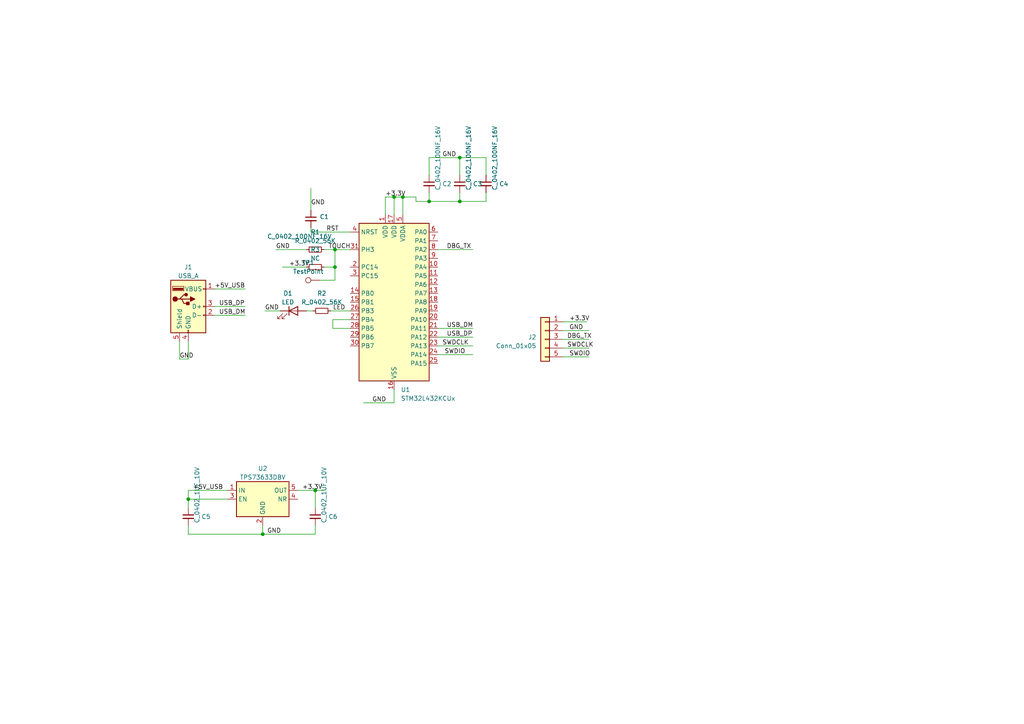
<source format=kicad_sch>
(kicad_sch (version 20230121) (generator eeschema)

  (uuid a09ef851-bef7-4b14-8e3f-8cdb695762b4)

  (paper "A4")

  (lib_symbols
    (symbol "Connector:TestPoint" (pin_numbers hide) (pin_names (offset 0.762) hide) (in_bom yes) (on_board yes)
      (property "Reference" "TP" (at 0 6.858 0)
        (effects (font (size 1.27 1.27)))
      )
      (property "Value" "TestPoint" (at 0 5.08 0)
        (effects (font (size 1.27 1.27)))
      )
      (property "Footprint" "" (at 5.08 0 0)
        (effects (font (size 1.27 1.27)) hide)
      )
      (property "Datasheet" "~" (at 5.08 0 0)
        (effects (font (size 1.27 1.27)) hide)
      )
      (property "ki_keywords" "test point tp" (at 0 0 0)
        (effects (font (size 1.27 1.27)) hide)
      )
      (property "ki_description" "test point" (at 0 0 0)
        (effects (font (size 1.27 1.27)) hide)
      )
      (property "ki_fp_filters" "Pin* Test*" (at 0 0 0)
        (effects (font (size 1.27 1.27)) hide)
      )
      (symbol "TestPoint_0_1"
        (circle (center 0 3.302) (radius 0.762)
          (stroke (width 0) (type default))
          (fill (type none))
        )
      )
      (symbol "TestPoint_1_1"
        (pin passive line (at 0 0 90) (length 2.54)
          (name "1" (effects (font (size 1.27 1.27))))
          (number "1" (effects (font (size 1.27 1.27))))
        )
      )
    )
    (symbol "Connector:USB_A" (pin_names (offset 1.016)) (in_bom yes) (on_board yes)
      (property "Reference" "J" (at -5.08 11.43 0)
        (effects (font (size 1.27 1.27)) (justify left))
      )
      (property "Value" "USB_A" (at -5.08 8.89 0)
        (effects (font (size 1.27 1.27)) (justify left))
      )
      (property "Footprint" "" (at 3.81 -1.27 0)
        (effects (font (size 1.27 1.27)) hide)
      )
      (property "Datasheet" " ~" (at 3.81 -1.27 0)
        (effects (font (size 1.27 1.27)) hide)
      )
      (property "ki_keywords" "connector USB" (at 0 0 0)
        (effects (font (size 1.27 1.27)) hide)
      )
      (property "ki_description" "USB Type A connector" (at 0 0 0)
        (effects (font (size 1.27 1.27)) hide)
      )
      (property "ki_fp_filters" "USB*" (at 0 0 0)
        (effects (font (size 1.27 1.27)) hide)
      )
      (symbol "USB_A_0_1"
        (rectangle (start -5.08 -7.62) (end 5.08 7.62)
          (stroke (width 0.254) (type default))
          (fill (type background))
        )
        (circle (center -3.81 2.159) (radius 0.635)
          (stroke (width 0.254) (type default))
          (fill (type outline))
        )
        (rectangle (start -1.524 4.826) (end -4.318 5.334)
          (stroke (width 0) (type default))
          (fill (type outline))
        )
        (rectangle (start -1.27 4.572) (end -4.572 5.842)
          (stroke (width 0) (type default))
          (fill (type none))
        )
        (circle (center -0.635 3.429) (radius 0.381)
          (stroke (width 0.254) (type default))
          (fill (type outline))
        )
        (rectangle (start -0.127 -7.62) (end 0.127 -6.858)
          (stroke (width 0) (type default))
          (fill (type none))
        )
        (polyline
          (pts
            (xy -3.175 2.159)
            (xy -2.54 2.159)
            (xy -1.27 3.429)
            (xy -0.635 3.429)
          )
          (stroke (width 0.254) (type default))
          (fill (type none))
        )
        (polyline
          (pts
            (xy -2.54 2.159)
            (xy -1.905 2.159)
            (xy -1.27 0.889)
            (xy 0 0.889)
          )
          (stroke (width 0.254) (type default))
          (fill (type none))
        )
        (polyline
          (pts
            (xy 0.635 2.794)
            (xy 0.635 1.524)
            (xy 1.905 2.159)
            (xy 0.635 2.794)
          )
          (stroke (width 0.254) (type default))
          (fill (type outline))
        )
        (rectangle (start 0.254 1.27) (end -0.508 0.508)
          (stroke (width 0.254) (type default))
          (fill (type outline))
        )
        (rectangle (start 5.08 -2.667) (end 4.318 -2.413)
          (stroke (width 0) (type default))
          (fill (type none))
        )
        (rectangle (start 5.08 -0.127) (end 4.318 0.127)
          (stroke (width 0) (type default))
          (fill (type none))
        )
        (rectangle (start 5.08 4.953) (end 4.318 5.207)
          (stroke (width 0) (type default))
          (fill (type none))
        )
      )
      (symbol "USB_A_1_1"
        (polyline
          (pts
            (xy -1.905 2.159)
            (xy 0.635 2.159)
          )
          (stroke (width 0.254) (type default))
          (fill (type none))
        )
        (pin power_in line (at 7.62 5.08 180) (length 2.54)
          (name "VBUS" (effects (font (size 1.27 1.27))))
          (number "1" (effects (font (size 1.27 1.27))))
        )
        (pin bidirectional line (at 7.62 -2.54 180) (length 2.54)
          (name "D-" (effects (font (size 1.27 1.27))))
          (number "2" (effects (font (size 1.27 1.27))))
        )
        (pin bidirectional line (at 7.62 0 180) (length 2.54)
          (name "D+" (effects (font (size 1.27 1.27))))
          (number "3" (effects (font (size 1.27 1.27))))
        )
        (pin power_in line (at 0 -10.16 90) (length 2.54)
          (name "GND" (effects (font (size 1.27 1.27))))
          (number "4" (effects (font (size 1.27 1.27))))
        )
        (pin passive line (at -2.54 -10.16 90) (length 2.54)
          (name "Shield" (effects (font (size 1.27 1.27))))
          (number "5" (effects (font (size 1.27 1.27))))
        )
      )
    )
    (symbol "Connector_Generic:Conn_01x05" (pin_names (offset 1.016) hide) (in_bom yes) (on_board yes)
      (property "Reference" "J" (at 0 7.62 0)
        (effects (font (size 1.27 1.27)))
      )
      (property "Value" "Conn_01x05" (at 0 -7.62 0)
        (effects (font (size 1.27 1.27)))
      )
      (property "Footprint" "" (at 0 0 0)
        (effects (font (size 1.27 1.27)) hide)
      )
      (property "Datasheet" "~" (at 0 0 0)
        (effects (font (size 1.27 1.27)) hide)
      )
      (property "ki_keywords" "connector" (at 0 0 0)
        (effects (font (size 1.27 1.27)) hide)
      )
      (property "ki_description" "Generic connector, single row, 01x05, script generated (kicad-library-utils/schlib/autogen/connector/)" (at 0 0 0)
        (effects (font (size 1.27 1.27)) hide)
      )
      (property "ki_fp_filters" "Connector*:*_1x??_*" (at 0 0 0)
        (effects (font (size 1.27 1.27)) hide)
      )
      (symbol "Conn_01x05_1_1"
        (rectangle (start -1.27 -4.953) (end 0 -5.207)
          (stroke (width 0.1524) (type default))
          (fill (type none))
        )
        (rectangle (start -1.27 -2.413) (end 0 -2.667)
          (stroke (width 0.1524) (type default))
          (fill (type none))
        )
        (rectangle (start -1.27 0.127) (end 0 -0.127)
          (stroke (width 0.1524) (type default))
          (fill (type none))
        )
        (rectangle (start -1.27 2.667) (end 0 2.413)
          (stroke (width 0.1524) (type default))
          (fill (type none))
        )
        (rectangle (start -1.27 5.207) (end 0 4.953)
          (stroke (width 0.1524) (type default))
          (fill (type none))
        )
        (rectangle (start -1.27 6.35) (end 1.27 -6.35)
          (stroke (width 0.254) (type default))
          (fill (type background))
        )
        (pin passive line (at -5.08 5.08 0) (length 3.81)
          (name "Pin_1" (effects (font (size 1.27 1.27))))
          (number "1" (effects (font (size 1.27 1.27))))
        )
        (pin passive line (at -5.08 2.54 0) (length 3.81)
          (name "Pin_2" (effects (font (size 1.27 1.27))))
          (number "2" (effects (font (size 1.27 1.27))))
        )
        (pin passive line (at -5.08 0 0) (length 3.81)
          (name "Pin_3" (effects (font (size 1.27 1.27))))
          (number "3" (effects (font (size 1.27 1.27))))
        )
        (pin passive line (at -5.08 -2.54 0) (length 3.81)
          (name "Pin_4" (effects (font (size 1.27 1.27))))
          (number "4" (effects (font (size 1.27 1.27))))
        )
        (pin passive line (at -5.08 -5.08 0) (length 3.81)
          (name "Pin_5" (effects (font (size 1.27 1.27))))
          (number "5" (effects (font (size 1.27 1.27))))
        )
      )
    )
    (symbol "Device:C_Small" (pin_numbers hide) (pin_names (offset 0.254) hide) (in_bom yes) (on_board yes)
      (property "Reference" "C" (at 0.254 1.778 0)
        (effects (font (size 1.27 1.27)) (justify left))
      )
      (property "Value" "C_Small" (at 0.254 -2.032 0)
        (effects (font (size 1.27 1.27)) (justify left))
      )
      (property "Footprint" "" (at 0 0 0)
        (effects (font (size 1.27 1.27)) hide)
      )
      (property "Datasheet" "~" (at 0 0 0)
        (effects (font (size 1.27 1.27)) hide)
      )
      (property "ki_keywords" "capacitor cap" (at 0 0 0)
        (effects (font (size 1.27 1.27)) hide)
      )
      (property "ki_description" "Unpolarized capacitor, small symbol" (at 0 0 0)
        (effects (font (size 1.27 1.27)) hide)
      )
      (property "ki_fp_filters" "C_*" (at 0 0 0)
        (effects (font (size 1.27 1.27)) hide)
      )
      (symbol "C_Small_0_1"
        (polyline
          (pts
            (xy -1.524 -0.508)
            (xy 1.524 -0.508)
          )
          (stroke (width 0.3302) (type default))
          (fill (type none))
        )
        (polyline
          (pts
            (xy -1.524 0.508)
            (xy 1.524 0.508)
          )
          (stroke (width 0.3048) (type default))
          (fill (type none))
        )
      )
      (symbol "C_Small_1_1"
        (pin passive line (at 0 2.54 270) (length 2.032)
          (name "~" (effects (font (size 1.27 1.27))))
          (number "1" (effects (font (size 1.27 1.27))))
        )
        (pin passive line (at 0 -2.54 90) (length 2.032)
          (name "~" (effects (font (size 1.27 1.27))))
          (number "2" (effects (font (size 1.27 1.27))))
        )
      )
    )
    (symbol "Device:LED" (pin_numbers hide) (pin_names (offset 1.016) hide) (in_bom yes) (on_board yes)
      (property "Reference" "D" (at 0 2.54 0)
        (effects (font (size 1.27 1.27)))
      )
      (property "Value" "LED" (at 0 -2.54 0)
        (effects (font (size 1.27 1.27)))
      )
      (property "Footprint" "" (at 0 0 0)
        (effects (font (size 1.27 1.27)) hide)
      )
      (property "Datasheet" "~" (at 0 0 0)
        (effects (font (size 1.27 1.27)) hide)
      )
      (property "ki_keywords" "LED diode" (at 0 0 0)
        (effects (font (size 1.27 1.27)) hide)
      )
      (property "ki_description" "Light emitting diode" (at 0 0 0)
        (effects (font (size 1.27 1.27)) hide)
      )
      (property "ki_fp_filters" "LED* LED_SMD:* LED_THT:*" (at 0 0 0)
        (effects (font (size 1.27 1.27)) hide)
      )
      (symbol "LED_0_1"
        (polyline
          (pts
            (xy -1.27 -1.27)
            (xy -1.27 1.27)
          )
          (stroke (width 0.254) (type default))
          (fill (type none))
        )
        (polyline
          (pts
            (xy -1.27 0)
            (xy 1.27 0)
          )
          (stroke (width 0) (type default))
          (fill (type none))
        )
        (polyline
          (pts
            (xy 1.27 -1.27)
            (xy 1.27 1.27)
            (xy -1.27 0)
            (xy 1.27 -1.27)
          )
          (stroke (width 0.254) (type default))
          (fill (type none))
        )
        (polyline
          (pts
            (xy -3.048 -0.762)
            (xy -4.572 -2.286)
            (xy -3.81 -2.286)
            (xy -4.572 -2.286)
            (xy -4.572 -1.524)
          )
          (stroke (width 0) (type default))
          (fill (type none))
        )
        (polyline
          (pts
            (xy -1.778 -0.762)
            (xy -3.302 -2.286)
            (xy -2.54 -2.286)
            (xy -3.302 -2.286)
            (xy -3.302 -1.524)
          )
          (stroke (width 0) (type default))
          (fill (type none))
        )
      )
      (symbol "LED_1_1"
        (pin passive line (at -3.81 0 0) (length 2.54)
          (name "K" (effects (font (size 1.27 1.27))))
          (number "1" (effects (font (size 1.27 1.27))))
        )
        (pin passive line (at 3.81 0 180) (length 2.54)
          (name "A" (effects (font (size 1.27 1.27))))
          (number "2" (effects (font (size 1.27 1.27))))
        )
      )
    )
    (symbol "Device:R_Small" (pin_numbers hide) (pin_names (offset 0.254) hide) (in_bom yes) (on_board yes)
      (property "Reference" "R" (at 0.762 0.508 0)
        (effects (font (size 1.27 1.27)) (justify left))
      )
      (property "Value" "R_Small" (at 0.762 -1.016 0)
        (effects (font (size 1.27 1.27)) (justify left))
      )
      (property "Footprint" "" (at 0 0 0)
        (effects (font (size 1.27 1.27)) hide)
      )
      (property "Datasheet" "~" (at 0 0 0)
        (effects (font (size 1.27 1.27)) hide)
      )
      (property "ki_keywords" "R resistor" (at 0 0 0)
        (effects (font (size 1.27 1.27)) hide)
      )
      (property "ki_description" "Resistor, small symbol" (at 0 0 0)
        (effects (font (size 1.27 1.27)) hide)
      )
      (property "ki_fp_filters" "R_*" (at 0 0 0)
        (effects (font (size 1.27 1.27)) hide)
      )
      (symbol "R_Small_0_1"
        (rectangle (start -0.762 1.778) (end 0.762 -1.778)
          (stroke (width 0.2032) (type default))
          (fill (type none))
        )
      )
      (symbol "R_Small_1_1"
        (pin passive line (at 0 2.54 270) (length 0.762)
          (name "~" (effects (font (size 1.27 1.27))))
          (number "1" (effects (font (size 1.27 1.27))))
        )
        (pin passive line (at 0 -2.54 90) (length 0.762)
          (name "~" (effects (font (size 1.27 1.27))))
          (number "2" (effects (font (size 1.27 1.27))))
        )
      )
    )
    (symbol "MCU_ST_STM32L4:STM32L432KCUx" (in_bom yes) (on_board yes)
      (property "Reference" "U" (at -10.16 24.13 0)
        (effects (font (size 1.27 1.27)) (justify left))
      )
      (property "Value" "STM32L432KCUx" (at 5.08 24.13 0)
        (effects (font (size 1.27 1.27)) (justify left))
      )
      (property "Footprint" "Package_DFN_QFN:QFN-32-1EP_5x5mm_P0.5mm_EP3.45x3.45mm" (at -10.16 -22.86 0)
        (effects (font (size 1.27 1.27)) (justify right) hide)
      )
      (property "Datasheet" "https://www.st.com/resource/en/datasheet/stm32l432kc.pdf" (at 0 0 0)
        (effects (font (size 1.27 1.27)) hide)
      )
      (property "ki_locked" "" (at 0 0 0)
        (effects (font (size 1.27 1.27)))
      )
      (property "ki_keywords" "Arm Cortex-M4 STM32L4 STM32L4x2" (at 0 0 0)
        (effects (font (size 1.27 1.27)) hide)
      )
      (property "ki_description" "STMicroelectronics Arm Cortex-M4 MCU, 256KB flash, 64KB RAM, 80 MHz, 1.71-3.6V, 26 GPIO, UFQFPN32" (at 0 0 0)
        (effects (font (size 1.27 1.27)) hide)
      )
      (property "ki_fp_filters" "QFN*1EP*5x5mm*P0.5mm*" (at 0 0 0)
        (effects (font (size 1.27 1.27)) hide)
      )
      (symbol "STM32L432KCUx_0_1"
        (rectangle (start -10.16 -22.86) (end 10.16 22.86)
          (stroke (width 0.254) (type default))
          (fill (type background))
        )
      )
      (symbol "STM32L432KCUx_1_1"
        (pin power_in line (at -2.54 25.4 270) (length 2.54)
          (name "VDD" (effects (font (size 1.27 1.27))))
          (number "1" (effects (font (size 1.27 1.27))))
        )
        (pin bidirectional line (at 12.7 10.16 180) (length 2.54)
          (name "PA4" (effects (font (size 1.27 1.27))))
          (number "10" (effects (font (size 1.27 1.27))))
          (alternate "ADC1_IN9" bidirectional line)
          (alternate "COMP1_INM" bidirectional line)
          (alternate "COMP2_INM" bidirectional line)
          (alternate "DAC1_OUT1" bidirectional line)
          (alternate "LPTIM2_OUT" bidirectional line)
          (alternate "SAI1_FS_B" bidirectional line)
          (alternate "SPI1_NSS" bidirectional line)
          (alternate "SPI3_NSS" bidirectional line)
          (alternate "USART2_CK" bidirectional line)
        )
        (pin bidirectional line (at 12.7 7.62 180) (length 2.54)
          (name "PA5" (effects (font (size 1.27 1.27))))
          (number "11" (effects (font (size 1.27 1.27))))
          (alternate "ADC1_IN10" bidirectional line)
          (alternate "COMP1_INM" bidirectional line)
          (alternate "COMP2_INM" bidirectional line)
          (alternate "DAC1_OUT2" bidirectional line)
          (alternate "LPTIM2_ETR" bidirectional line)
          (alternate "SPI1_SCK" bidirectional line)
          (alternate "TIM2_CH1" bidirectional line)
          (alternate "TIM2_ETR" bidirectional line)
        )
        (pin bidirectional line (at 12.7 5.08 180) (length 2.54)
          (name "PA6" (effects (font (size 1.27 1.27))))
          (number "12" (effects (font (size 1.27 1.27))))
          (alternate "ADC1_IN11" bidirectional line)
          (alternate "COMP1_OUT" bidirectional line)
          (alternate "LPUART1_CTS" bidirectional line)
          (alternate "QUADSPI_BK1_IO3" bidirectional line)
          (alternate "SPI1_MISO" bidirectional line)
          (alternate "TIM16_CH1" bidirectional line)
          (alternate "TIM1_BKIN" bidirectional line)
          (alternate "TIM1_BKIN_COMP2" bidirectional line)
        )
        (pin bidirectional line (at 12.7 2.54 180) (length 2.54)
          (name "PA7" (effects (font (size 1.27 1.27))))
          (number "13" (effects (font (size 1.27 1.27))))
          (alternate "ADC1_IN12" bidirectional line)
          (alternate "COMP2_OUT" bidirectional line)
          (alternate "I2C3_SCL" bidirectional line)
          (alternate "QUADSPI_BK1_IO2" bidirectional line)
          (alternate "SPI1_MOSI" bidirectional line)
          (alternate "TIM1_CH1N" bidirectional line)
        )
        (pin bidirectional line (at -12.7 2.54 0) (length 2.54)
          (name "PB0" (effects (font (size 1.27 1.27))))
          (number "14" (effects (font (size 1.27 1.27))))
          (alternate "ADC1_IN15" bidirectional line)
          (alternate "COMP1_OUT" bidirectional line)
          (alternate "QUADSPI_BK1_IO1" bidirectional line)
          (alternate "SAI1_EXTCLK" bidirectional line)
          (alternate "SPI1_NSS" bidirectional line)
          (alternate "TIM1_CH2N" bidirectional line)
        )
        (pin bidirectional line (at -12.7 0 0) (length 2.54)
          (name "PB1" (effects (font (size 1.27 1.27))))
          (number "15" (effects (font (size 1.27 1.27))))
          (alternate "ADC1_IN16" bidirectional line)
          (alternate "COMP1_INM" bidirectional line)
          (alternate "LPTIM2_IN1" bidirectional line)
          (alternate "LPUART1_DE" bidirectional line)
          (alternate "LPUART1_RTS" bidirectional line)
          (alternate "QUADSPI_BK1_IO0" bidirectional line)
          (alternate "TIM1_CH3N" bidirectional line)
        )
        (pin power_in line (at 0 -25.4 90) (length 2.54)
          (name "VSS" (effects (font (size 1.27 1.27))))
          (number "16" (effects (font (size 1.27 1.27))))
        )
        (pin power_in line (at 0 25.4 270) (length 2.54)
          (name "VDD" (effects (font (size 1.27 1.27))))
          (number "17" (effects (font (size 1.27 1.27))))
        )
        (pin bidirectional line (at 12.7 0 180) (length 2.54)
          (name "PA8" (effects (font (size 1.27 1.27))))
          (number "18" (effects (font (size 1.27 1.27))))
          (alternate "LPTIM2_OUT" bidirectional line)
          (alternate "RCC_MCO" bidirectional line)
          (alternate "SAI1_SCK_A" bidirectional line)
          (alternate "SWPMI1_IO" bidirectional line)
          (alternate "TIM1_CH1" bidirectional line)
          (alternate "USART1_CK" bidirectional line)
        )
        (pin bidirectional line (at 12.7 -2.54 180) (length 2.54)
          (name "PA9" (effects (font (size 1.27 1.27))))
          (number "19" (effects (font (size 1.27 1.27))))
          (alternate "DAC1_EXTI9" bidirectional line)
          (alternate "I2C1_SCL" bidirectional line)
          (alternate "SAI1_FS_A" bidirectional line)
          (alternate "TIM15_BKIN" bidirectional line)
          (alternate "TIM1_CH2" bidirectional line)
          (alternate "USART1_TX" bidirectional line)
        )
        (pin bidirectional line (at -12.7 10.16 0) (length 2.54)
          (name "PC14" (effects (font (size 1.27 1.27))))
          (number "2" (effects (font (size 1.27 1.27))))
          (alternate "RCC_OSC32_IN" bidirectional line)
        )
        (pin bidirectional line (at 12.7 -5.08 180) (length 2.54)
          (name "PA10" (effects (font (size 1.27 1.27))))
          (number "20" (effects (font (size 1.27 1.27))))
          (alternate "CRS_SYNC" bidirectional line)
          (alternate "I2C1_SDA" bidirectional line)
          (alternate "SAI1_SD_A" bidirectional line)
          (alternate "TIM1_CH3" bidirectional line)
          (alternate "USART1_RX" bidirectional line)
        )
        (pin bidirectional line (at 12.7 -7.62 180) (length 2.54)
          (name "PA11" (effects (font (size 1.27 1.27))))
          (number "21" (effects (font (size 1.27 1.27))))
          (alternate "ADC1_EXTI11" bidirectional line)
          (alternate "CAN1_RX" bidirectional line)
          (alternate "COMP1_OUT" bidirectional line)
          (alternate "SPI1_MISO" bidirectional line)
          (alternate "TIM1_BKIN2" bidirectional line)
          (alternate "TIM1_BKIN2_COMP1" bidirectional line)
          (alternate "TIM1_CH4" bidirectional line)
          (alternate "USART1_CTS" bidirectional line)
          (alternate "USB_DM" bidirectional line)
        )
        (pin bidirectional line (at 12.7 -10.16 180) (length 2.54)
          (name "PA12" (effects (font (size 1.27 1.27))))
          (number "22" (effects (font (size 1.27 1.27))))
          (alternate "CAN1_TX" bidirectional line)
          (alternate "SPI1_MOSI" bidirectional line)
          (alternate "TIM1_ETR" bidirectional line)
          (alternate "USART1_DE" bidirectional line)
          (alternate "USART1_RTS" bidirectional line)
          (alternate "USB_DP" bidirectional line)
        )
        (pin bidirectional line (at 12.7 -12.7 180) (length 2.54)
          (name "PA13" (effects (font (size 1.27 1.27))))
          (number "23" (effects (font (size 1.27 1.27))))
          (alternate "IR_OUT" bidirectional line)
          (alternate "SAI1_SD_B" bidirectional line)
          (alternate "SWPMI1_TX" bidirectional line)
          (alternate "SYS_JTMS-SWDIO" bidirectional line)
          (alternate "USB_NOE" bidirectional line)
        )
        (pin bidirectional line (at 12.7 -15.24 180) (length 2.54)
          (name "PA14" (effects (font (size 1.27 1.27))))
          (number "24" (effects (font (size 1.27 1.27))))
          (alternate "I2C1_SMBA" bidirectional line)
          (alternate "LPTIM1_OUT" bidirectional line)
          (alternate "SAI1_FS_B" bidirectional line)
          (alternate "SWPMI1_RX" bidirectional line)
          (alternate "SYS_JTCK-SWCLK" bidirectional line)
        )
        (pin bidirectional line (at 12.7 -17.78 180) (length 2.54)
          (name "PA15" (effects (font (size 1.27 1.27))))
          (number "25" (effects (font (size 1.27 1.27))))
          (alternate "ADC1_EXTI15" bidirectional line)
          (alternate "SPI1_NSS" bidirectional line)
          (alternate "SPI3_NSS" bidirectional line)
          (alternate "SWPMI1_SUSPEND" bidirectional line)
          (alternate "SYS_JTDI" bidirectional line)
          (alternate "TIM2_CH1" bidirectional line)
          (alternate "TIM2_ETR" bidirectional line)
          (alternate "USART2_RX" bidirectional line)
        )
        (pin bidirectional line (at -12.7 -2.54 0) (length 2.54)
          (name "PB3" (effects (font (size 1.27 1.27))))
          (number "26" (effects (font (size 1.27 1.27))))
          (alternate "COMP2_INM" bidirectional line)
          (alternate "SAI1_SCK_B" bidirectional line)
          (alternate "SPI1_SCK" bidirectional line)
          (alternate "SPI3_SCK" bidirectional line)
          (alternate "SYS_JTDO-SWO" bidirectional line)
          (alternate "TIM2_CH2" bidirectional line)
          (alternate "USART1_DE" bidirectional line)
          (alternate "USART1_RTS" bidirectional line)
        )
        (pin bidirectional line (at -12.7 -5.08 0) (length 2.54)
          (name "PB4" (effects (font (size 1.27 1.27))))
          (number "27" (effects (font (size 1.27 1.27))))
          (alternate "COMP2_INP" bidirectional line)
          (alternate "I2C3_SDA" bidirectional line)
          (alternate "SAI1_MCLK_B" bidirectional line)
          (alternate "SPI1_MISO" bidirectional line)
          (alternate "SPI3_MISO" bidirectional line)
          (alternate "SYS_JTRST" bidirectional line)
          (alternate "TSC_G2_IO1" bidirectional line)
          (alternate "USART1_CTS" bidirectional line)
        )
        (pin bidirectional line (at -12.7 -7.62 0) (length 2.54)
          (name "PB5" (effects (font (size 1.27 1.27))))
          (number "28" (effects (font (size 1.27 1.27))))
          (alternate "COMP2_OUT" bidirectional line)
          (alternate "I2C1_SMBA" bidirectional line)
          (alternate "LPTIM1_IN1" bidirectional line)
          (alternate "SAI1_SD_B" bidirectional line)
          (alternate "SPI1_MOSI" bidirectional line)
          (alternate "SPI3_MOSI" bidirectional line)
          (alternate "TIM16_BKIN" bidirectional line)
          (alternate "TSC_G2_IO2" bidirectional line)
          (alternate "USART1_CK" bidirectional line)
        )
        (pin bidirectional line (at -12.7 -10.16 0) (length 2.54)
          (name "PB6" (effects (font (size 1.27 1.27))))
          (number "29" (effects (font (size 1.27 1.27))))
          (alternate "COMP2_INP" bidirectional line)
          (alternate "I2C1_SCL" bidirectional line)
          (alternate "LPTIM1_ETR" bidirectional line)
          (alternate "SAI1_FS_B" bidirectional line)
          (alternate "TIM16_CH1N" bidirectional line)
          (alternate "TSC_G2_IO3" bidirectional line)
          (alternate "USART1_TX" bidirectional line)
        )
        (pin bidirectional line (at -12.7 7.62 0) (length 2.54)
          (name "PC15" (effects (font (size 1.27 1.27))))
          (number "3" (effects (font (size 1.27 1.27))))
          (alternate "ADC1_EXTI15" bidirectional line)
          (alternate "RCC_OSC32_OUT" bidirectional line)
        )
        (pin bidirectional line (at -12.7 -12.7 0) (length 2.54)
          (name "PB7" (effects (font (size 1.27 1.27))))
          (number "30" (effects (font (size 1.27 1.27))))
          (alternate "COMP2_INM" bidirectional line)
          (alternate "I2C1_SDA" bidirectional line)
          (alternate "LPTIM1_IN2" bidirectional line)
          (alternate "SYS_PVD_IN" bidirectional line)
          (alternate "TSC_G2_IO4" bidirectional line)
          (alternate "USART1_RX" bidirectional line)
        )
        (pin bidirectional line (at -12.7 15.24 0) (length 2.54)
          (name "PH3" (effects (font (size 1.27 1.27))))
          (number "31" (effects (font (size 1.27 1.27))))
        )
        (pin passive line (at 0 -25.4 90) (length 2.54) hide
          (name "VSS" (effects (font (size 1.27 1.27))))
          (number "32" (effects (font (size 1.27 1.27))))
        )
        (pin passive line (at 0 -25.4 90) (length 2.54) hide
          (name "VSS" (effects (font (size 1.27 1.27))))
          (number "33" (effects (font (size 1.27 1.27))))
        )
        (pin input line (at -12.7 20.32 0) (length 2.54)
          (name "NRST" (effects (font (size 1.27 1.27))))
          (number "4" (effects (font (size 1.27 1.27))))
        )
        (pin power_in line (at 2.54 25.4 270) (length 2.54)
          (name "VDDA" (effects (font (size 1.27 1.27))))
          (number "5" (effects (font (size 1.27 1.27))))
        )
        (pin bidirectional line (at 12.7 20.32 180) (length 2.54)
          (name "PA0" (effects (font (size 1.27 1.27))))
          (number "6" (effects (font (size 1.27 1.27))))
          (alternate "ADC1_IN5" bidirectional line)
          (alternate "COMP1_INM" bidirectional line)
          (alternate "COMP1_OUT" bidirectional line)
          (alternate "OPAMP1_VINP" bidirectional line)
          (alternate "RCC_CK_IN" bidirectional line)
          (alternate "RTC_TAMP2" bidirectional line)
          (alternate "SAI1_EXTCLK" bidirectional line)
          (alternate "SYS_WKUP1" bidirectional line)
          (alternate "TIM2_CH1" bidirectional line)
          (alternate "TIM2_ETR" bidirectional line)
          (alternate "USART2_CTS" bidirectional line)
        )
        (pin bidirectional line (at 12.7 17.78 180) (length 2.54)
          (name "PA1" (effects (font (size 1.27 1.27))))
          (number "7" (effects (font (size 1.27 1.27))))
          (alternate "ADC1_IN6" bidirectional line)
          (alternate "COMP1_INP" bidirectional line)
          (alternate "I2C1_SMBA" bidirectional line)
          (alternate "OPAMP1_VINM" bidirectional line)
          (alternate "SPI1_SCK" bidirectional line)
          (alternate "TIM15_CH1N" bidirectional line)
          (alternate "TIM2_CH2" bidirectional line)
          (alternate "USART2_DE" bidirectional line)
          (alternate "USART2_RTS" bidirectional line)
        )
        (pin bidirectional line (at 12.7 15.24 180) (length 2.54)
          (name "PA2" (effects (font (size 1.27 1.27))))
          (number "8" (effects (font (size 1.27 1.27))))
          (alternate "ADC1_IN7" bidirectional line)
          (alternate "COMP2_INM" bidirectional line)
          (alternate "COMP2_OUT" bidirectional line)
          (alternate "LPUART1_TX" bidirectional line)
          (alternate "QUADSPI_BK1_NCS" bidirectional line)
          (alternate "RCC_LSCO" bidirectional line)
          (alternate "SYS_WKUP4" bidirectional line)
          (alternate "TIM15_CH1" bidirectional line)
          (alternate "TIM2_CH3" bidirectional line)
          (alternate "USART2_TX" bidirectional line)
        )
        (pin bidirectional line (at 12.7 12.7 180) (length 2.54)
          (name "PA3" (effects (font (size 1.27 1.27))))
          (number "9" (effects (font (size 1.27 1.27))))
          (alternate "ADC1_IN8" bidirectional line)
          (alternate "COMP2_INP" bidirectional line)
          (alternate "LPUART1_RX" bidirectional line)
          (alternate "OPAMP1_VOUT" bidirectional line)
          (alternate "QUADSPI_CLK" bidirectional line)
          (alternate "SAI1_MCLK_A" bidirectional line)
          (alternate "TIM15_CH2" bidirectional line)
          (alternate "TIM2_CH4" bidirectional line)
          (alternate "USART2_RX" bidirectional line)
        )
      )
    )
    (symbol "Regulator_Linear:TPS73633DBV" (in_bom yes) (on_board yes)
      (property "Reference" "U" (at -6.35 6.35 0)
        (effects (font (size 1.27 1.27)))
      )
      (property "Value" "TPS73633DBV" (at 1.27 6.35 0)
        (effects (font (size 1.27 1.27)) (justify left))
      )
      (property "Footprint" "Package_TO_SOT_SMD:SOT-23-5" (at 0 8.255 0)
        (effects (font (size 1.27 1.27) italic) hide)
      )
      (property "Datasheet" "http://www.ti.com/lit/ds/symlink/tps736.pdf" (at 0 -1.27 0)
        (effects (font (size 1.27 1.27)) hide)
      )
      (property "ki_keywords" "Cap free Fixed LDO 400mA" (at 0 0 0)
        (effects (font (size 1.27 1.27)) hide)
      )
      (property "ki_description" "Cap free NMOS 400mA Low Drop 3.3V Regulator, SOT-23-5" (at 0 0 0)
        (effects (font (size 1.27 1.27)) hide)
      )
      (property "ki_fp_filters" "SOT?23*" (at 0 0 0)
        (effects (font (size 1.27 1.27)) hide)
      )
      (symbol "TPS73633DBV_0_1"
        (rectangle (start -7.62 -5.08) (end 7.62 5.08)
          (stroke (width 0.254) (type default))
          (fill (type background))
        )
      )
      (symbol "TPS73633DBV_1_1"
        (pin power_in line (at -10.16 2.54 0) (length 2.54)
          (name "IN" (effects (font (size 1.27 1.27))))
          (number "1" (effects (font (size 1.27 1.27))))
        )
        (pin power_in line (at 0 -7.62 90) (length 2.54)
          (name "GND" (effects (font (size 1.27 1.27))))
          (number "2" (effects (font (size 1.27 1.27))))
        )
        (pin input line (at -10.16 0 0) (length 2.54)
          (name "EN" (effects (font (size 1.27 1.27))))
          (number "3" (effects (font (size 1.27 1.27))))
        )
        (pin passive line (at 10.16 0 180) (length 2.54)
          (name "NR" (effects (font (size 1.27 1.27))))
          (number "4" (effects (font (size 1.27 1.27))))
        )
        (pin power_out line (at 10.16 2.54 180) (length 2.54)
          (name "OUT" (effects (font (size 1.27 1.27))))
          (number "5" (effects (font (size 1.27 1.27))))
        )
      )
    )
  )

  (junction (at 133.35 58.42) (diameter 0) (color 0 0 0 0)
    (uuid 1b0c32d3-82fb-46b5-816f-ab55979689f5)
  )
  (junction (at 124.46 58.42) (diameter 0) (color 0 0 0 0)
    (uuid 2508176b-94e9-4f80-8102-815cfeddcc9b)
  )
  (junction (at 91.44 142.24) (diameter 0) (color 0 0 0 0)
    (uuid 2572125b-cf2d-4005-be3a-dafc180fb8c3)
  )
  (junction (at 116.84 57.15) (diameter 0) (color 0 0 0 0)
    (uuid 948828fe-b5bc-441b-8761-46145b2314cc)
  )
  (junction (at 54.61 144.78) (diameter 0) (color 0 0 0 0)
    (uuid 9a36ae14-1356-4f24-bd82-f79527280528)
  )
  (junction (at 76.2 154.94) (diameter 0) (color 0 0 0 0)
    (uuid 9d913be0-fd85-4f53-8d22-1cdaba2fb649)
  )
  (junction (at 114.3 57.15) (diameter 0) (color 0 0 0 0)
    (uuid a1c044d2-a720-4e57-bde6-ce8ddcdb6c01)
  )
  (junction (at 97.155 77.47) (diameter 0) (color 0 0 0 0)
    (uuid cba19a48-d428-46a6-a512-5622cd156791)
  )
  (junction (at 97.155 72.39) (diameter 0) (color 0 0 0 0)
    (uuid f698fed6-e0bb-4f95-8cf5-c13eca2d4503)
  )
  (junction (at 133.35 45.72) (diameter 0) (color 0 0 0 0)
    (uuid f854ed6c-cab0-4332-999c-ca3f4ccf9b8e)
  )

  (wire (pts (xy 76.835 90.17) (xy 81.28 90.17))
    (stroke (width 0) (type default))
    (uuid 06c98c3d-8b23-442c-9ffd-1fa5749f341b)
  )
  (wire (pts (xy 124.46 50.8) (xy 124.46 45.72))
    (stroke (width 0) (type default))
    (uuid 077379ee-e9fe-404f-864b-4198d1990731)
  )
  (wire (pts (xy 127 72.39) (xy 137.16 72.39))
    (stroke (width 0) (type default))
    (uuid 0a8b50c3-88c0-4fe5-8d59-78963223d695)
  )
  (wire (pts (xy 114.3 113.03) (xy 114.3 116.84))
    (stroke (width 0) (type default))
    (uuid 10f018ff-c670-4669-98ec-2faa26446191)
  )
  (wire (pts (xy 124.46 45.72) (xy 133.35 45.72))
    (stroke (width 0) (type default))
    (uuid 11016e42-d668-4c33-be6a-784d05c0cd5f)
  )
  (wire (pts (xy 124.46 55.88) (xy 124.46 58.42))
    (stroke (width 0) (type default))
    (uuid 142aefc7-cec6-4ea0-b786-028c0a76b385)
  )
  (wire (pts (xy 95.885 90.17) (xy 101.6 90.17))
    (stroke (width 0) (type default))
    (uuid 1aeb1c48-aaf7-43e3-90c7-46c1ec324de9)
  )
  (wire (pts (xy 88.9 90.17) (xy 90.805 90.17))
    (stroke (width 0) (type default))
    (uuid 1cf19ce2-a109-4db1-aac8-415994040954)
  )
  (wire (pts (xy 114.3 57.15) (xy 116.84 57.15))
    (stroke (width 0) (type default))
    (uuid 1d19e441-ccb7-454d-a64a-5625d5af7cfb)
  )
  (wire (pts (xy 163.195 93.345) (xy 170.18 93.345))
    (stroke (width 0) (type default))
    (uuid 2671952a-8e9d-4d41-801d-7b8cde7a42c3)
  )
  (wire (pts (xy 127 100.33) (xy 137.16 100.33))
    (stroke (width 0) (type default))
    (uuid 2ada8038-e1d5-4cba-906c-77b30fdc8c2b)
  )
  (wire (pts (xy 90.17 54.61) (xy 90.17 60.96))
    (stroke (width 0) (type default))
    (uuid 2ca597b0-9fe2-44e6-ba66-f0a323aa476e)
  )
  (wire (pts (xy 90.17 66.04) (xy 90.17 67.31))
    (stroke (width 0) (type default))
    (uuid 2cc3f64f-5fef-4ff2-9ca5-a7057507046c)
  )
  (wire (pts (xy 66.04 142.24) (xy 54.61 142.24))
    (stroke (width 0) (type default))
    (uuid 2d311577-9cd0-48d0-a39e-e11e2c0d2218)
  )
  (wire (pts (xy 163.195 100.965) (xy 170.815 100.965))
    (stroke (width 0) (type default))
    (uuid 2d406adb-bac2-437c-881c-c8b2831f3f6c)
  )
  (wire (pts (xy 81.915 77.47) (xy 88.9 77.47))
    (stroke (width 0) (type default))
    (uuid 2dd804a1-8a28-4f77-8168-ee6991b5bdbf)
  )
  (wire (pts (xy 163.195 98.425) (xy 170.815 98.425))
    (stroke (width 0) (type default))
    (uuid 343273b2-3f45-44ae-8679-4c11fa27597c)
  )
  (wire (pts (xy 86.36 142.24) (xy 91.44 142.24))
    (stroke (width 0) (type default))
    (uuid 355e521c-0812-4290-bb9a-d4f26e84382d)
  )
  (wire (pts (xy 54.61 104.14) (xy 52.07 104.14))
    (stroke (width 0) (type default))
    (uuid 37727ab8-6927-435e-a772-0171e873af47)
  )
  (wire (pts (xy 127 102.87) (xy 137.16 102.87))
    (stroke (width 0) (type default))
    (uuid 3d4008e1-ec98-4e3f-9d7a-2a5af6a6f729)
  )
  (wire (pts (xy 97.155 72.39) (xy 101.6 72.39))
    (stroke (width 0) (type default))
    (uuid 44574929-b14b-4776-b759-a6c00621be57)
  )
  (wire (pts (xy 90.17 67.31) (xy 101.6 67.31))
    (stroke (width 0) (type default))
    (uuid 4c29b486-2d12-408f-9e20-b08396fa9ddf)
  )
  (wire (pts (xy 114.3 57.15) (xy 114.3 62.23))
    (stroke (width 0) (type default))
    (uuid 53869bf0-97ef-4fb7-ac6d-f23c9c67b685)
  )
  (wire (pts (xy 52.07 104.14) (xy 52.07 99.06))
    (stroke (width 0) (type default))
    (uuid 5f622afb-c2e9-4318-a9c9-92c3be0ccf0b)
  )
  (wire (pts (xy 93.98 77.47) (xy 97.155 77.47))
    (stroke (width 0) (type default))
    (uuid 6071cdda-2499-4c0f-a053-97ff8e22f0ef)
  )
  (wire (pts (xy 62.23 91.44) (xy 71.12 91.44))
    (stroke (width 0) (type default))
    (uuid 617230af-873a-4e68-92b6-c01b1ea72d86)
  )
  (wire (pts (xy 133.35 58.42) (xy 133.35 55.88))
    (stroke (width 0) (type default))
    (uuid 62ed3e6f-a90c-4491-a622-9a5eb0135df0)
  )
  (wire (pts (xy 54.61 99.06) (xy 54.61 104.14))
    (stroke (width 0) (type default))
    (uuid 7882a986-d944-4d7e-bf72-25e09617b2fa)
  )
  (wire (pts (xy 116.84 57.15) (xy 116.84 62.23))
    (stroke (width 0) (type default))
    (uuid 7ef1778a-eb22-48a4-bb01-d13c7b1ada4f)
  )
  (wire (pts (xy 96.52 92.71) (xy 96.52 95.25))
    (stroke (width 0) (type default))
    (uuid 7f126818-bea2-4cce-9a01-b82cdc0b7bdc)
  )
  (wire (pts (xy 140.97 58.42) (xy 133.35 58.42))
    (stroke (width 0) (type default))
    (uuid 83d037d1-0bf6-498c-8128-859a952e0765)
  )
  (wire (pts (xy 93.98 72.39) (xy 97.155 72.39))
    (stroke (width 0) (type default))
    (uuid 845130ed-9da3-4f46-9082-28f44f65a125)
  )
  (wire (pts (xy 91.44 142.24) (xy 91.44 147.32))
    (stroke (width 0) (type default))
    (uuid 851b3c34-ea1c-49b1-8df5-4732a4b7b7a8)
  )
  (wire (pts (xy 54.61 154.94) (xy 76.2 154.94))
    (stroke (width 0) (type default))
    (uuid 868de1f1-0b88-4937-8158-11f2096fb6b2)
  )
  (wire (pts (xy 163.195 95.885) (xy 170.815 95.885))
    (stroke (width 0) (type default))
    (uuid 8f974cf9-7d37-40fb-ad5c-10330d3922e4)
  )
  (wire (pts (xy 140.97 45.72) (xy 140.97 50.8))
    (stroke (width 0) (type default))
    (uuid 92b18b74-00fd-44c8-a5ab-9e257c69652e)
  )
  (wire (pts (xy 62.23 83.82) (xy 71.12 83.82))
    (stroke (width 0) (type default))
    (uuid a119dbe5-f4a4-4a88-b8d9-e434ab4cc155)
  )
  (wire (pts (xy 54.61 152.4) (xy 54.61 154.94))
    (stroke (width 0) (type default))
    (uuid a3bf82e4-9052-4aca-9390-22ef6884c796)
  )
  (wire (pts (xy 91.44 142.24) (xy 93.98 142.24))
    (stroke (width 0) (type default))
    (uuid a74bd191-9e03-46b6-b1b1-8084f720c24a)
  )
  (wire (pts (xy 96.52 95.25) (xy 101.6 95.25))
    (stroke (width 0) (type default))
    (uuid a9149998-22ca-45f1-acd3-dc4cbe134ca3)
  )
  (wire (pts (xy 80.01 72.39) (xy 88.9 72.39))
    (stroke (width 0) (type default))
    (uuid aaaf50e0-94e7-421b-93d5-9c08e89239d3)
  )
  (wire (pts (xy 124.46 58.42) (xy 133.35 58.42))
    (stroke (width 0) (type default))
    (uuid ab0b4c02-bb67-409a-aceb-7ea954533a93)
  )
  (wire (pts (xy 54.61 142.24) (xy 54.61 144.78))
    (stroke (width 0) (type default))
    (uuid af7d80d0-a3f2-4323-9298-ccca996419d0)
  )
  (wire (pts (xy 101.6 92.71) (xy 96.52 92.71))
    (stroke (width 0) (type default))
    (uuid b0317dd0-958f-453a-991f-e93a19486180)
  )
  (wire (pts (xy 120.65 57.15) (xy 120.65 58.42))
    (stroke (width 0) (type default))
    (uuid b275c993-7a0e-4232-819f-db4b491f1681)
  )
  (wire (pts (xy 133.35 45.72) (xy 140.97 45.72))
    (stroke (width 0) (type default))
    (uuid b2f89542-4fd0-4061-a23b-053c0ea415cc)
  )
  (wire (pts (xy 54.61 144.78) (xy 66.04 144.78))
    (stroke (width 0) (type default))
    (uuid b5f89b82-c608-454e-8d92-d32883cac25f)
  )
  (wire (pts (xy 127 95.25) (xy 137.16 95.25))
    (stroke (width 0) (type default))
    (uuid bbb03a35-0ad2-4036-b8ea-65f210cbaf80)
  )
  (wire (pts (xy 97.155 81.28) (xy 92.71 81.28))
    (stroke (width 0) (type default))
    (uuid bc0855bf-cabb-44b8-8ccb-ac6cffa38a8b)
  )
  (wire (pts (xy 97.155 77.47) (xy 97.155 81.28))
    (stroke (width 0) (type default))
    (uuid c68fb56a-d463-4d4c-a18c-338f86c49e02)
  )
  (wire (pts (xy 76.2 152.4) (xy 76.2 154.94))
    (stroke (width 0) (type default))
    (uuid c6ef7ed3-51fe-4d66-a167-c9457e65a4a3)
  )
  (wire (pts (xy 105.41 116.84) (xy 114.3 116.84))
    (stroke (width 0) (type default))
    (uuid c80b94c2-c3a7-401c-8c3b-7f094032c1b7)
  )
  (wire (pts (xy 140.97 55.88) (xy 140.97 58.42))
    (stroke (width 0) (type default))
    (uuid c8eb3f9e-95a3-48cc-beeb-9a7dde13966d)
  )
  (wire (pts (xy 120.65 58.42) (xy 124.46 58.42))
    (stroke (width 0) (type default))
    (uuid d2578c73-5a8f-47f4-974b-caa60840a2dc)
  )
  (wire (pts (xy 127 97.79) (xy 137.16 97.79))
    (stroke (width 0) (type default))
    (uuid d6facad2-9795-47ea-b91e-1d7c80e292a1)
  )
  (wire (pts (xy 76.2 154.94) (xy 91.44 154.94))
    (stroke (width 0) (type default))
    (uuid d7095cae-3cc9-469a-ae31-d113ba89350e)
  )
  (wire (pts (xy 111.76 57.15) (xy 114.3 57.15))
    (stroke (width 0) (type default))
    (uuid d750d6f4-d12f-4dd8-a5cf-f4f52847d411)
  )
  (wire (pts (xy 54.61 144.78) (xy 54.61 147.32))
    (stroke (width 0) (type default))
    (uuid e5e1f982-1845-408b-b68b-ff031d08d1e8)
  )
  (wire (pts (xy 111.76 62.23) (xy 111.76 57.15))
    (stroke (width 0) (type default))
    (uuid eac9c055-f6c0-4532-aba1-7192a41e39a1)
  )
  (wire (pts (xy 62.23 88.9) (xy 71.12 88.9))
    (stroke (width 0) (type default))
    (uuid eb192da0-69d8-429d-9681-ed58771b75b4)
  )
  (wire (pts (xy 133.35 45.72) (xy 133.35 50.8))
    (stroke (width 0) (type default))
    (uuid effba6c1-9c85-465c-aaea-830fd36ce315)
  )
  (wire (pts (xy 97.155 77.47) (xy 97.155 72.39))
    (stroke (width 0) (type default))
    (uuid f37576d7-662c-4879-ad1e-9d5ee6d73791)
  )
  (wire (pts (xy 91.44 152.4) (xy 91.44 154.94))
    (stroke (width 0) (type default))
    (uuid f544b3c8-2b86-435a-8897-0a3e213bea46)
  )
  (wire (pts (xy 116.84 57.15) (xy 120.65 57.15))
    (stroke (width 0) (type default))
    (uuid f74dcdbd-54e1-40d7-86a8-786b2dc4b065)
  )
  (wire (pts (xy 163.195 103.505) (xy 170.815 103.505))
    (stroke (width 0) (type default))
    (uuid f9b84cad-67dc-4fb8-9ccd-0b550fac474c)
  )

  (label "SWDIO" (at 128.905 102.87 0) (fields_autoplaced)
    (effects (font (size 1.27 1.27)) (justify left bottom))
    (uuid 04e0f368-d0ef-4f9f-8a76-2d16b34973eb)
  )
  (label "GND" (at 80.01 72.39 0) (fields_autoplaced)
    (effects (font (size 1.27 1.27)) (justify left bottom))
    (uuid 05b3ad00-cd89-4a3c-86e5-7e46f2ad9588)
  )
  (label "USB_DM" (at 63.5 91.44 0) (fields_autoplaced)
    (effects (font (size 1.27 1.27)) (justify left bottom))
    (uuid 0b5d7f97-9cd6-41a1-8934-8fb8e387ae63)
  )
  (label "SWDCLK" (at 164.465 100.965 0) (fields_autoplaced)
    (effects (font (size 1.27 1.27)) (justify left bottom))
    (uuid 0d4ef054-c8d2-4ae8-9b99-16b02fbe2009)
  )
  (label "+5V_USB" (at 55.88 142.24 0) (fields_autoplaced)
    (effects (font (size 1.27 1.27)) (justify left bottom))
    (uuid 1c35cf6f-e24e-4495-b0fc-86dd106a2940)
  )
  (label "+3.3V" (at 165.1 93.345 0) (fields_autoplaced)
    (effects (font (size 1.27 1.27)) (justify left bottom))
    (uuid 2a523925-4e66-4379-bd5c-c9cc4c3f13e6)
  )
  (label "GND" (at 165.1 95.885 0) (fields_autoplaced)
    (effects (font (size 1.27 1.27)) (justify left bottom))
    (uuid 2bbb2e6c-6de7-410c-a95d-4e1bbf23feb9)
  )
  (label "GND" (at 90.17 59.69 0) (fields_autoplaced)
    (effects (font (size 1.27 1.27)) (justify left bottom))
    (uuid 36bc96ec-f9c7-48cf-9dd0-86b37b3cb818)
  )
  (label "+5V_USB" (at 62.23 83.82 0) (fields_autoplaced)
    (effects (font (size 1.27 1.27)) (justify left bottom))
    (uuid 4d989ec2-05f1-407f-8fb7-d15684a37d08)
  )
  (label "GND" (at 76.835 90.17 0) (fields_autoplaced)
    (effects (font (size 1.27 1.27)) (justify left bottom))
    (uuid 50d956ec-37f9-4cb2-957d-a03265bbec01)
  )
  (label "USB_DP" (at 63.5 88.9 0) (fields_autoplaced)
    (effects (font (size 1.27 1.27)) (justify left bottom))
    (uuid 526d2bf3-4907-4b1e-9406-9c8a4c612137)
  )
  (label "GND" (at 52.07 104.14 0) (fields_autoplaced)
    (effects (font (size 1.27 1.27)) (justify left bottom))
    (uuid 55cac338-6c38-4003-8079-53e449d75fb1)
  )
  (label "USB_DP" (at 129.54 97.79 0) (fields_autoplaced)
    (effects (font (size 1.27 1.27)) (justify left bottom))
    (uuid 57c678ff-8d8d-467e-a86f-3064518a46d7)
  )
  (label "GND" (at 128.27 45.72 0) (fields_autoplaced)
    (effects (font (size 1.27 1.27)) (justify left bottom))
    (uuid 64e15dd4-3b4a-4b6e-a2bd-1f4da37ccdf9)
  )
  (label "DBG_TX" (at 164.465 98.425 0) (fields_autoplaced)
    (effects (font (size 1.27 1.27)) (justify left bottom))
    (uuid 6842067b-20a4-413f-8c80-c97f8906c34b)
  )
  (label "GND" (at 107.95 116.84 0) (fields_autoplaced)
    (effects (font (size 1.27 1.27)) (justify left bottom))
    (uuid 6d0c1754-a121-46ff-8738-6b3792433818)
  )
  (label "+3.3V" (at 87.63 142.24 0) (fields_autoplaced)
    (effects (font (size 1.27 1.27)) (justify left bottom))
    (uuid 71558a4f-9526-4c5b-b875-500fac096dbb)
  )
  (label "TOUCH" (at 95.25 72.39 0) (fields_autoplaced)
    (effects (font (size 1.27 1.27)) (justify left bottom))
    (uuid a67271c9-8281-45f4-85ec-a33f8d452eb1)
  )
  (label "+3.3V" (at 83.82 77.47 0) (fields_autoplaced)
    (effects (font (size 1.27 1.27)) (justify left bottom))
    (uuid aabd8dc9-ef4d-44fb-b117-35215a8468cd)
  )
  (label "+3.3V" (at 111.76 57.15 0) (fields_autoplaced)
    (effects (font (size 1.27 1.27)) (justify left bottom))
    (uuid ae8ecede-9ffa-4119-bca7-db34fbd6c37b)
  )
  (label "SWDIO" (at 165.1 103.505 0) (fields_autoplaced)
    (effects (font (size 1.27 1.27)) (justify left bottom))
    (uuid b2ee5d02-9f4a-4996-9ee4-5acf9ff88802)
  )
  (label "SWDCLK" (at 128.27 100.33 0) (fields_autoplaced)
    (effects (font (size 1.27 1.27)) (justify left bottom))
    (uuid be318658-3271-4d5e-9c9b-eb2a154ae619)
  )
  (label "LED" (at 96.52 90.17 0) (fields_autoplaced)
    (effects (font (size 1.27 1.27)) (justify left bottom))
    (uuid c16028a8-c3d9-4cd4-9ebf-dede4d2588c8)
  )
  (label "RST" (at 94.615 67.31 0) (fields_autoplaced)
    (effects (font (size 1.27 1.27)) (justify left bottom))
    (uuid c47b6940-bfd9-495a-bd1a-f1b193391b8c)
  )
  (label "DBG_TX" (at 129.54 72.39 0) (fields_autoplaced)
    (effects (font (size 1.27 1.27)) (justify left bottom))
    (uuid d9e7f6f1-5a71-4202-812b-0f8151fdace9)
  )
  (label "GND" (at 77.47 154.94 0) (fields_autoplaced)
    (effects (font (size 1.27 1.27)) (justify left bottom))
    (uuid e3899f47-115b-410a-b064-d7e98bff1a07)
  )
  (label "USB_DM" (at 129.54 95.25 0) (fields_autoplaced)
    (effects (font (size 1.27 1.27)) (justify left bottom))
    (uuid e8422ee1-3154-48be-a71e-d6b74a5b6ce4)
  )

  (symbol (lib_id "Regulator_Linear:TPS73633DBV") (at 76.2 144.78 0) (unit 1)
    (in_bom yes) (on_board yes) (dnp no) (fields_autoplaced)
    (uuid 017f6595-8a4d-430d-8171-3f74c56c8887)
    (property "Reference" "U2" (at 76.2 135.89 0)
      (effects (font (size 1.27 1.27)))
    )
    (property "Value" "TPS73633DBV" (at 76.2 138.43 0)
      (effects (font (size 1.27 1.27)))
    )
    (property "Footprint" "Package_TO_SOT_SMD:SOT-23-5" (at 76.2 136.525 0)
      (effects (font (size 1.27 1.27) italic) hide)
    )
    (property "Datasheet" "http://www.ti.com/lit/ds/symlink/tps736.pdf" (at 76.2 146.05 0)
      (effects (font (size 1.27 1.27)) hide)
    )
    (pin "1" (uuid 6ee7b2e4-1a57-4c1c-9c2e-943fb48ee0fa))
    (pin "2" (uuid a3086898-2611-4e34-9f50-ce64110e7def))
    (pin "3" (uuid 5ca81e4c-9c5b-4f2d-bbdc-1ab53909e3c8))
    (pin "4" (uuid 177fa760-c5b1-4f98-a8d7-96604dcc5fcb))
    (pin "5" (uuid 412daf5b-f13a-45f1-a8cc-5a948358f96e))
    (instances
      (project "CK"
        (path "/a09ef851-bef7-4b14-8e3f-8cdb695762b4"
          (reference "U2") (unit 1)
        )
      )
    )
  )

  (symbol (lib_id "Connector:TestPoint") (at 92.71 81.28 90) (unit 1)
    (in_bom yes) (on_board yes) (dnp no) (fields_autoplaced)
    (uuid 1498572f-b36d-4d20-89eb-cdd11a55c2da)
    (property "Reference" "TP1" (at 89.408 76.2 90)
      (effects (font (size 1.27 1.27)))
    )
    (property "Value" "TestPoint" (at 89.408 78.74 90)
      (effects (font (size 1.27 1.27)))
    )
    (property "Footprint" "CapSensor:CapSensor_8mm" (at 92.71 76.2 0)
      (effects (font (size 1.27 1.27)) hide)
    )
    (property "Datasheet" "~" (at 92.71 76.2 0)
      (effects (font (size 1.27 1.27)) hide)
    )
    (pin "1" (uuid abf34f31-dfa9-4bc3-aa20-d72958a7dbb9))
    (instances
      (project "CK"
        (path "/a09ef851-bef7-4b14-8e3f-8cdb695762b4"
          (reference "TP1") (unit 1)
        )
      )
    )
  )

  (symbol (lib_id "Device:R_Small") (at 91.44 72.39 90) (unit 1)
    (in_bom yes) (on_board yes) (dnp no) (fields_autoplaced)
    (uuid 2ada0f2f-b472-4759-a1f3-0e69316f85f4)
    (property "Reference" "R1" (at 91.44 67.31 90)
      (effects (font (size 1.27 1.27)))
    )
    (property "Value" "R_0402_56K" (at 91.44 69.85 90)
      (effects (font (size 1.27 1.27)))
    )
    (property "Footprint" "Resistor_SMD:R_0402_1005Metric" (at 91.44 72.39 0)
      (effects (font (size 1.27 1.27)) hide)
    )
    (property "Datasheet" "~" (at 91.44 72.39 0)
      (effects (font (size 1.27 1.27)) hide)
    )
    (pin "1" (uuid 7965e3d5-c787-48ce-b34e-8f332e5d02c6))
    (pin "2" (uuid bfcf8fa4-875a-42cc-9d78-4c3055ea9144))
    (instances
      (project "CK"
        (path "/a09ef851-bef7-4b14-8e3f-8cdb695762b4"
          (reference "R1") (unit 1)
        )
      )
    )
  )

  (symbol (lib_id "Device:C_Small") (at 54.61 149.86 0) (unit 1)
    (in_bom yes) (on_board yes) (dnp no)
    (uuid 3ceb19f3-4861-475a-9548-1b3bff325e2c)
    (property "Reference" "C5" (at 58.42 149.86 0)
      (effects (font (size 1.27 1.27)) (justify left))
    )
    (property "Value" "C_0402_1UF_10V" (at 57.15 151.7713 90)
      (effects (font (size 1.27 1.27)) (justify left))
    )
    (property "Footprint" "Capacitor_SMD:C_0402_1005Metric" (at 54.61 149.86 0)
      (effects (font (size 1.27 1.27)) hide)
    )
    (property "Datasheet" "~" (at 54.61 149.86 0)
      (effects (font (size 1.27 1.27)) hide)
    )
    (pin "1" (uuid ea635f7f-a0f0-44bc-893c-0b5a1bafdb3e))
    (pin "2" (uuid d8784d4b-e782-4cc9-9ab9-7cf4c52279fc))
    (instances
      (project "CK"
        (path "/a09ef851-bef7-4b14-8e3f-8cdb695762b4"
          (reference "C5") (unit 1)
        )
      )
    )
  )

  (symbol (lib_id "Device:R_Small") (at 93.345 90.17 90) (unit 1)
    (in_bom yes) (on_board yes) (dnp no) (fields_autoplaced)
    (uuid 693345e9-13ff-4c9f-bf11-bb2ed15d9fdf)
    (property "Reference" "R2" (at 93.345 85.09 90)
      (effects (font (size 1.27 1.27)))
    )
    (property "Value" "R_0402_56K" (at 93.345 87.63 90)
      (effects (font (size 1.27 1.27)))
    )
    (property "Footprint" "Resistor_SMD:R_0402_1005Metric" (at 93.345 90.17 0)
      (effects (font (size 1.27 1.27)) hide)
    )
    (property "Datasheet" "~" (at 93.345 90.17 0)
      (effects (font (size 1.27 1.27)) hide)
    )
    (pin "1" (uuid 321f5b5d-d3ef-4f17-99fe-7dc7d4e413b4))
    (pin "2" (uuid 7af597b7-ad45-41c9-8e0c-e60df1f276f5))
    (instances
      (project "CK"
        (path "/a09ef851-bef7-4b14-8e3f-8cdb695762b4"
          (reference "R2") (unit 1)
        )
      )
    )
  )

  (symbol (lib_id "Device:C_Small") (at 140.97 53.34 0) (unit 1)
    (in_bom yes) (on_board yes) (dnp no)
    (uuid 7211792d-59b8-4ef1-8fc5-6cd1eed88c3c)
    (property "Reference" "C4" (at 144.78 53.34 0)
      (effects (font (size 1.27 1.27)) (justify left))
    )
    (property "Value" "C_0402_100NF_16V" (at 143.51 55.2513 90)
      (effects (font (size 1.27 1.27)) (justify left))
    )
    (property "Footprint" "Capacitor_SMD:C_0402_1005Metric" (at 140.97 53.34 0)
      (effects (font (size 1.27 1.27)) hide)
    )
    (property "Datasheet" "~" (at 140.97 53.34 0)
      (effects (font (size 1.27 1.27)) hide)
    )
    (pin "1" (uuid ad661b4c-82fb-460e-8f93-73a11791b841))
    (pin "2" (uuid 14e0bd41-eab8-46ab-8ef0-b56b77757547))
    (instances
      (project "CK"
        (path "/a09ef851-bef7-4b14-8e3f-8cdb695762b4"
          (reference "C4") (unit 1)
        )
      )
    )
  )

  (symbol (lib_id "Device:R_Small") (at 91.44 77.47 90) (unit 1)
    (in_bom yes) (on_board yes) (dnp no) (fields_autoplaced)
    (uuid 7a5add4c-1957-47d4-ab30-d29a4564748a)
    (property "Reference" "R3" (at 91.44 72.39 90)
      (effects (font (size 1.27 1.27)))
    )
    (property "Value" "NC" (at 91.44 74.93 90)
      (effects (font (size 1.27 1.27)))
    )
    (property "Footprint" "Resistor_SMD:R_0402_1005Metric" (at 91.44 77.47 0)
      (effects (font (size 1.27 1.27)) hide)
    )
    (property "Datasheet" "~" (at 91.44 77.47 0)
      (effects (font (size 1.27 1.27)) hide)
    )
    (pin "1" (uuid d2daa363-65e5-464a-a5de-1e3be4aaa7fc))
    (pin "2" (uuid 2b3a10b2-24ce-4be0-97ba-2a80d6fac59b))
    (instances
      (project "CK"
        (path "/a09ef851-bef7-4b14-8e3f-8cdb695762b4"
          (reference "R3") (unit 1)
        )
      )
    )
  )

  (symbol (lib_id "Connector_Generic:Conn_01x05") (at 158.115 98.425 0) (mirror y) (unit 1)
    (in_bom yes) (on_board yes) (dnp no)
    (uuid 9719dbd8-f11d-4f6f-999c-cc2d9a8624ff)
    (property "Reference" "J2" (at 155.575 97.79 0)
      (effects (font (size 1.27 1.27)) (justify left))
    )
    (property "Value" "Conn_01x05" (at 155.575 100.33 0)
      (effects (font (size 1.27 1.27)) (justify left))
    )
    (property "Footprint" "Connector_PinHeader_2.54mm:PinHeader_1x05_P2.54mm_Vertical" (at 158.115 98.425 0)
      (effects (font (size 1.27 1.27)) hide)
    )
    (property "Datasheet" "~" (at 158.115 98.425 0)
      (effects (font (size 1.27 1.27)) hide)
    )
    (pin "1" (uuid a1dbc867-119b-4705-96f3-ef26dd813d2f))
    (pin "2" (uuid a2ad55eb-3dc5-4a0d-a757-8fde7516a5cd))
    (pin "3" (uuid 6d370660-15b2-4ae7-a3aa-5ac9059a0909))
    (pin "4" (uuid 10130a81-8df1-4ba3-8352-641924795819))
    (pin "5" (uuid f4c7e4d4-e31c-4434-8428-609e368ce9ff))
    (instances
      (project "CK"
        (path "/a09ef851-bef7-4b14-8e3f-8cdb695762b4"
          (reference "J2") (unit 1)
        )
      )
    )
  )

  (symbol (lib_id "Device:C_Small") (at 91.44 149.86 0) (unit 1)
    (in_bom yes) (on_board yes) (dnp no)
    (uuid 9a78218f-4431-4d5b-9fd8-6a3611d81d78)
    (property "Reference" "C6" (at 95.25 149.86 0)
      (effects (font (size 1.27 1.27)) (justify left))
    )
    (property "Value" "C_0402_1UF_10V" (at 93.98 151.7713 90)
      (effects (font (size 1.27 1.27)) (justify left))
    )
    (property "Footprint" "Capacitor_SMD:C_0402_1005Metric" (at 91.44 149.86 0)
      (effects (font (size 1.27 1.27)) hide)
    )
    (property "Datasheet" "~" (at 91.44 149.86 0)
      (effects (font (size 1.27 1.27)) hide)
    )
    (pin "1" (uuid 9a189cea-31c6-47f2-8be9-3ff19ae93ec8))
    (pin "2" (uuid c611bc89-597f-45b3-a84d-ff3a3270f202))
    (instances
      (project "CK"
        (path "/a09ef851-bef7-4b14-8e3f-8cdb695762b4"
          (reference "C6") (unit 1)
        )
      )
    )
  )

  (symbol (lib_id "Device:LED") (at 85.09 90.17 0) (unit 1)
    (in_bom yes) (on_board yes) (dnp no) (fields_autoplaced)
    (uuid a32d6279-201e-4757-b136-62a9f5ca52e1)
    (property "Reference" "D1" (at 83.5025 85.09 0)
      (effects (font (size 1.27 1.27)))
    )
    (property "Value" "LED" (at 83.5025 87.63 0)
      (effects (font (size 1.27 1.27)))
    )
    (property "Footprint" "LED_SMD:LED_0603_1608Metric" (at 85.09 90.17 0)
      (effects (font (size 1.27 1.27)) hide)
    )
    (property "Datasheet" "~" (at 85.09 90.17 0)
      (effects (font (size 1.27 1.27)) hide)
    )
    (pin "1" (uuid 2aad6ac4-1f70-4f82-9c1d-cbbe2cbfdbf7))
    (pin "2" (uuid 518d9512-e53c-4cba-adf7-9358ad039076))
    (instances
      (project "CK"
        (path "/a09ef851-bef7-4b14-8e3f-8cdb695762b4"
          (reference "D1") (unit 1)
        )
      )
    )
  )

  (symbol (lib_id "Device:C_Small") (at 124.46 53.34 0) (unit 1)
    (in_bom yes) (on_board yes) (dnp no)
    (uuid a5d841f2-8933-4a74-8c5a-492588e02e89)
    (property "Reference" "C2" (at 128.27 53.34 0)
      (effects (font (size 1.27 1.27)) (justify left))
    )
    (property "Value" "C_0402_100NF_16V" (at 127 55.2513 90)
      (effects (font (size 1.27 1.27)) (justify left))
    )
    (property "Footprint" "Capacitor_SMD:C_0402_1005Metric" (at 124.46 53.34 0)
      (effects (font (size 1.27 1.27)) hide)
    )
    (property "Datasheet" "~" (at 124.46 53.34 0)
      (effects (font (size 1.27 1.27)) hide)
    )
    (pin "1" (uuid 71c2268a-9279-4cbe-ada9-6c3196c27051))
    (pin "2" (uuid 9b3c65ef-c286-4d79-9a3d-63868409195c))
    (instances
      (project "CK"
        (path "/a09ef851-bef7-4b14-8e3f-8cdb695762b4"
          (reference "C2") (unit 1)
        )
      )
    )
  )

  (symbol (lib_id "MCU_ST_STM32L4:STM32L432KCUx") (at 114.3 87.63 0) (unit 1)
    (in_bom yes) (on_board yes) (dnp no) (fields_autoplaced)
    (uuid a6ab624b-c6e1-48fa-b16a-2babe74bac07)
    (property "Reference" "U1" (at 116.2559 113.03 0)
      (effects (font (size 1.27 1.27)) (justify left))
    )
    (property "Value" "STM32L432KCUx" (at 116.2559 115.57 0)
      (effects (font (size 1.27 1.27)) (justify left))
    )
    (property "Footprint" "Package_DFN_QFN:QFN-32-1EP_5x5mm_P0.5mm_EP3.45x3.45mm" (at 104.14 110.49 0)
      (effects (font (size 1.27 1.27)) (justify right) hide)
    )
    (property "Datasheet" "https://www.st.com/resource/en/datasheet/stm32l432kc.pdf" (at 114.3 87.63 0)
      (effects (font (size 1.27 1.27)) hide)
    )
    (pin "1" (uuid 338d83cd-5c08-4156-92a9-d6b156430418))
    (pin "10" (uuid 8a933f69-508e-4cc1-8639-91380fab53f6))
    (pin "11" (uuid f014d602-682f-4cd1-9369-007d2614c062))
    (pin "12" (uuid 0e89573f-3838-4d50-ba1b-1f073f60ecef))
    (pin "13" (uuid 26e41fb4-8a7e-496a-a2b8-cdb5df32ef4b))
    (pin "14" (uuid cc637dd3-80ed-4a69-928c-8e34adba8e5a))
    (pin "15" (uuid 7e019980-2d67-450d-9e04-767bd76cd589))
    (pin "16" (uuid ae9c4bea-73f0-463a-8109-14811139c1b5))
    (pin "17" (uuid 3c12718f-791d-40d7-93e5-2f3b8f7d89c9))
    (pin "18" (uuid d6e36365-f10a-4d07-866f-431917c4d0f1))
    (pin "19" (uuid d7fcfe04-974f-48e4-9c3e-d719a4866882))
    (pin "2" (uuid b7ba92b8-3eca-4913-9eec-a6eb12fa4c67))
    (pin "20" (uuid 4c668ccb-8838-4dd8-a3dc-6f355c504f62))
    (pin "21" (uuid 2a812ee5-d5e8-47ea-b6b1-33aae2d4f43d))
    (pin "22" (uuid 5158afa6-b129-40f2-8a51-e9125ab366fd))
    (pin "23" (uuid 9a3a1507-d609-465d-89de-17380d860eda))
    (pin "24" (uuid b730e19d-ed95-40ff-9407-1a27cfc5d463))
    (pin "25" (uuid 165220b4-f635-4001-be1e-83773c42e4ff))
    (pin "26" (uuid 3508a2b8-65f9-4cff-91d8-1ca29b6e6d28))
    (pin "27" (uuid 04b20f90-7a0e-4e0e-b537-37d6e04b39b5))
    (pin "28" (uuid 3151f5bd-5e79-4b99-aa73-402cc8452a34))
    (pin "29" (uuid 7ae186ad-c87d-4e40-b3e5-bca2c354322f))
    (pin "3" (uuid 9b38834f-0100-4896-8b2b-fa8791c7148e))
    (pin "30" (uuid 55f73028-2e83-43ef-af43-ef580ef94e92))
    (pin "31" (uuid 5242f822-cbb8-4edc-ba8e-5a8c4e8715e0))
    (pin "32" (uuid f222bf09-7f57-42e7-8f97-a835b80e6b8a))
    (pin "33" (uuid 5e0aa093-32f4-47c3-b758-b62caa4a4435))
    (pin "4" (uuid e6b079d9-0d45-497d-8282-2615bcc1a028))
    (pin "5" (uuid 472cbbc7-d394-4ed3-94d6-aea5130bc541))
    (pin "6" (uuid 91ea00e2-bcaf-4446-b13f-a1b1fb18d981))
    (pin "7" (uuid fb59cad5-7978-4503-b108-06da3c13889a))
    (pin "8" (uuid 89ca933d-af9a-4a00-9c30-0b8fe36ddd24))
    (pin "9" (uuid 9f66c9e2-9c86-4fe1-91bc-1d2c0699a59d))
    (instances
      (project "CK"
        (path "/a09ef851-bef7-4b14-8e3f-8cdb695762b4"
          (reference "U1") (unit 1)
        )
      )
    )
  )

  (symbol (lib_id "Connector:USB_A") (at 54.61 88.9 0) (unit 1)
    (in_bom yes) (on_board yes) (dnp no) (fields_autoplaced)
    (uuid ad924e23-5acf-4d1b-ba60-fbfd4d710171)
    (property "Reference" "J1" (at 54.61 77.47 0)
      (effects (font (size 1.27 1.27)))
    )
    (property "Value" "USB_A" (at 54.61 80.01 0)
      (effects (font (size 1.27 1.27)))
    )
    (property "Footprint" "Connector_USB:USB_A_CNCTech_1001-011-01101_Horizontal" (at 58.42 90.17 0)
      (effects (font (size 1.27 1.27)) hide)
    )
    (property "Datasheet" " ~" (at 58.42 90.17 0)
      (effects (font (size 1.27 1.27)) hide)
    )
    (pin "1" (uuid c9a40e5d-24e5-4bef-af53-39949a61a508))
    (pin "2" (uuid 8f4836bb-1785-40b6-a276-cd8de039db1f))
    (pin "3" (uuid 55e294b5-1365-4cd7-a7d1-3b4a8dbcfbf8))
    (pin "4" (uuid c9e6f6d5-b5ca-4f81-ba04-749f5b7df501))
    (pin "5" (uuid 994e39e9-3b4d-4a62-a114-ab389d2fa328))
    (instances
      (project "CK"
        (path "/a09ef851-bef7-4b14-8e3f-8cdb695762b4"
          (reference "J1") (unit 1)
        )
      )
    )
  )

  (symbol (lib_id "Device:C_Small") (at 133.35 53.34 0) (unit 1)
    (in_bom yes) (on_board yes) (dnp no)
    (uuid b3900432-1f35-4dae-b7e5-84519e75050d)
    (property "Reference" "C3" (at 137.16 53.34 0)
      (effects (font (size 1.27 1.27)) (justify left))
    )
    (property "Value" "C_0402_100NF_16V" (at 135.89 55.2513 90)
      (effects (font (size 1.27 1.27)) (justify left))
    )
    (property "Footprint" "Capacitor_SMD:C_0402_1005Metric" (at 133.35 53.34 0)
      (effects (font (size 1.27 1.27)) hide)
    )
    (property "Datasheet" "~" (at 133.35 53.34 0)
      (effects (font (size 1.27 1.27)) hide)
    )
    (pin "1" (uuid fa493818-8248-4f8a-b535-12194923a151))
    (pin "2" (uuid 8c120cb4-609e-4660-af04-31e5402db4c4))
    (instances
      (project "CK"
        (path "/a09ef851-bef7-4b14-8e3f-8cdb695762b4"
          (reference "C3") (unit 1)
        )
      )
    )
  )

  (symbol (lib_id "Device:C_Small") (at 90.17 63.5 0) (unit 1)
    (in_bom yes) (on_board yes) (dnp no)
    (uuid b86f027d-6b20-4c48-8bed-7a1b0c899c91)
    (property "Reference" "C1" (at 92.71 62.8713 0)
      (effects (font (size 1.27 1.27)) (justify left))
    )
    (property "Value" "C_0402_100NF_16V" (at 77.47 68.58 0)
      (effects (font (size 1.27 1.27)) (justify left))
    )
    (property "Footprint" "Capacitor_SMD:C_0402_1005Metric" (at 90.17 63.5 0)
      (effects (font (size 1.27 1.27)) hide)
    )
    (property "Datasheet" "~" (at 90.17 63.5 0)
      (effects (font (size 1.27 1.27)) hide)
    )
    (pin "1" (uuid 34cf180b-2638-41a0-b056-b7a897ebac34))
    (pin "2" (uuid c17b2d3b-a9d7-4d9d-99c9-bd643b79004d))
    (instances
      (project "CK"
        (path "/a09ef851-bef7-4b14-8e3f-8cdb695762b4"
          (reference "C1") (unit 1)
        )
      )
    )
  )

  (sheet_instances
    (path "/" (page "1"))
  )
)

</source>
